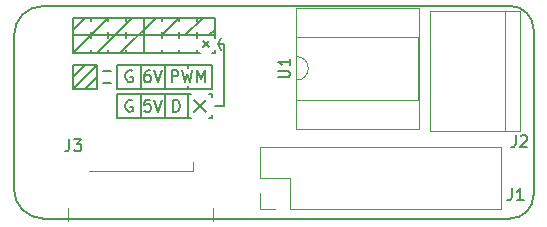
<source format=gbr>
%TF.GenerationSoftware,KiCad,Pcbnew,6.0.2*%
%TF.CreationDate,2022-03-12T22:23:20+01:00*%
%TF.ProjectId,batteryController,62617474-6572-4794-936f-6e74726f6c6c,rev?*%
%TF.SameCoordinates,Original*%
%TF.FileFunction,Legend,Top*%
%TF.FilePolarity,Positive*%
%FSLAX46Y46*%
G04 Gerber Fmt 4.6, Leading zero omitted, Abs format (unit mm)*
G04 Created by KiCad (PCBNEW 6.0.2) date 2022-03-12 22:23:20*
%MOMM*%
%LPD*%
G01*
G04 APERTURE LIST*
%ADD10C,0.150000*%
%ADD11C,0.120000*%
G04 APERTURE END LIST*
D10*
X181750000Y-107000000D02*
X189750000Y-107000000D01*
X185750000Y-107500000D02*
X185750000Y-109500000D01*
X190000000Y-101000000D02*
X190000000Y-102750000D01*
X183750000Y-107500000D02*
X183750000Y-109500000D01*
X187750000Y-107500000D02*
X187750000Y-109500000D01*
X185000000Y-101000000D02*
X182000000Y-104000000D01*
X173000000Y-115500000D02*
G75*
G03*
X175500000Y-118000000I2500000J0D01*
G01*
X181000000Y-101000000D02*
X181000000Y-101250000D01*
X179500000Y-101000000D02*
X179500000Y-101250000D01*
X190750000Y-103250000D02*
X190250000Y-103250000D01*
X189750000Y-107500000D02*
X189750000Y-107750000D01*
X189000000Y-103000000D02*
X189500000Y-103500000D01*
X182500000Y-104000000D02*
X182500000Y-103750000D01*
X187750000Y-107000000D02*
X187750000Y-106750000D01*
X217000000Y-102000000D02*
G75*
G03*
X215000000Y-100000000I-1999999J1D01*
G01*
X181000000Y-101000000D02*
X178000000Y-104000000D01*
X180000000Y-105000000D02*
X178000000Y-105000000D01*
X185500000Y-101000000D02*
X185500000Y-101250000D01*
X190000000Y-102000000D02*
X189500000Y-102500000D01*
X190000000Y-104000000D02*
X189750000Y-104000000D01*
X189750000Y-105000000D02*
X181750000Y-105000000D01*
X181000000Y-102750000D02*
X181000000Y-102250000D01*
X179500000Y-104000000D02*
X179500000Y-103750000D01*
X190000000Y-108500000D02*
X190750000Y-108500000D01*
X217000000Y-102000000D02*
X217000000Y-116000000D01*
X188500000Y-101000000D02*
X188500000Y-101250000D01*
X181750000Y-107500000D02*
X181750000Y-109500000D01*
X182500000Y-102750000D02*
X182500000Y-102250000D01*
X180500000Y-105500000D02*
X181250000Y-105500000D01*
X178000000Y-101000000D02*
X190000000Y-101000000D01*
X181750000Y-109500000D02*
X188000000Y-109500000D01*
X183000000Y-101000000D02*
X180000000Y-104000000D01*
X187000000Y-102750000D02*
X187000000Y-102250000D01*
X189750000Y-107500000D02*
X189500000Y-107500000D01*
X190250000Y-103250000D02*
X190500000Y-103750000D01*
X189750000Y-109500000D02*
X189750000Y-109250000D01*
X189000000Y-101000000D02*
X187500000Y-102500000D01*
X173000000Y-115500000D02*
X173000000Y-102500000D01*
X179000000Y-101000000D02*
X178000000Y-102000000D01*
X175500000Y-100000000D02*
X215000000Y-100000000D01*
X178000000Y-107000000D02*
X180000000Y-107000000D01*
X190750000Y-108500000D02*
X190750000Y-103250000D01*
X185750000Y-107000000D02*
X185750000Y-105000000D01*
X178000000Y-104000000D02*
X178000000Y-101000000D01*
X183750000Y-107000000D02*
X183750000Y-105000000D01*
X178000000Y-107000000D02*
X180000000Y-105000000D01*
X179500000Y-102750000D02*
X179500000Y-102250000D01*
X190000000Y-102500000D02*
X178000000Y-102500000D01*
X182500000Y-101000000D02*
X182500000Y-101250000D01*
X179000000Y-107000000D02*
X180000000Y-106000000D01*
X181000000Y-104000000D02*
X181000000Y-103750000D01*
X188250000Y-108000000D02*
X189250000Y-109000000D01*
X188500000Y-102750000D02*
X188500000Y-102250000D01*
X181750000Y-105000000D02*
X181750000Y-107000000D01*
X187750000Y-105000000D02*
X187750000Y-105250000D01*
X188000000Y-107500000D02*
X181750000Y-107500000D01*
X188250000Y-109000000D02*
X189250000Y-108000000D01*
X188500000Y-104000000D02*
X188500000Y-103750000D01*
X180000000Y-107000000D02*
X180000000Y-105000000D01*
X187000000Y-104000000D02*
X187000000Y-103750000D01*
X215000000Y-118000000D02*
G75*
G03*
X217000000Y-116000000I1J1999999D01*
G01*
X175500000Y-100000000D02*
G75*
G03*
X173000000Y-102500000I0J-2500000D01*
G01*
X185500000Y-104000000D02*
X185500000Y-103750000D01*
X189000000Y-103500000D02*
X189500000Y-103000000D01*
X178000000Y-106000000D02*
X179000000Y-105000000D01*
X188750000Y-104000000D02*
X178000000Y-104000000D01*
X184000000Y-101000000D02*
X184000000Y-104000000D01*
X215000000Y-118000000D02*
X175500000Y-118000000D01*
X190000000Y-104000000D02*
X190000000Y-103750000D01*
X190250000Y-103250000D02*
X190500000Y-102750000D01*
X189750000Y-107000000D02*
X189750000Y-105000000D01*
X187000000Y-101000000D02*
X187000000Y-101250000D01*
X189750000Y-109500000D02*
X189500000Y-109500000D01*
X178000000Y-105000000D02*
X178000000Y-107000000D01*
X185500000Y-102750000D02*
X185500000Y-102250000D01*
X187000000Y-101000000D02*
X185500000Y-102500000D01*
X180500000Y-106500000D02*
X181250000Y-106500000D01*
X183011904Y-108000000D02*
X182916666Y-107952380D01*
X182773809Y-107952380D01*
X182630952Y-108000000D01*
X182535714Y-108095238D01*
X182488095Y-108190476D01*
X182440476Y-108380952D01*
X182440476Y-108523809D01*
X182488095Y-108714285D01*
X182535714Y-108809523D01*
X182630952Y-108904761D01*
X182773809Y-108952380D01*
X182869047Y-108952380D01*
X183011904Y-108904761D01*
X183059523Y-108857142D01*
X183059523Y-108523809D01*
X182869047Y-108523809D01*
X184511904Y-105452380D02*
X184321428Y-105452380D01*
X184226190Y-105500000D01*
X184178571Y-105547619D01*
X184083333Y-105690476D01*
X184035714Y-105880952D01*
X184035714Y-106261904D01*
X184083333Y-106357142D01*
X184130952Y-106404761D01*
X184226190Y-106452380D01*
X184416666Y-106452380D01*
X184511904Y-106404761D01*
X184559523Y-106357142D01*
X184607142Y-106261904D01*
X184607142Y-106023809D01*
X184559523Y-105928571D01*
X184511904Y-105880952D01*
X184416666Y-105833333D01*
X184226190Y-105833333D01*
X184130952Y-105880952D01*
X184083333Y-105928571D01*
X184035714Y-106023809D01*
X184892857Y-105452380D02*
X185226190Y-106452380D01*
X185559523Y-105452380D01*
X186345238Y-106452380D02*
X186345238Y-105452380D01*
X186726190Y-105452380D01*
X186821428Y-105500000D01*
X186869047Y-105547619D01*
X186916666Y-105642857D01*
X186916666Y-105785714D01*
X186869047Y-105880952D01*
X186821428Y-105928571D01*
X186726190Y-105976190D01*
X186345238Y-105976190D01*
X187250000Y-105452380D02*
X187488095Y-106452380D01*
X187678571Y-105738095D01*
X187869047Y-106452380D01*
X188107142Y-105452380D01*
X188488095Y-106452380D02*
X188488095Y-105452380D01*
X188821428Y-106166666D01*
X189154761Y-105452380D01*
X189154761Y-106452380D01*
X184559523Y-107952380D02*
X184083333Y-107952380D01*
X184035714Y-108428571D01*
X184083333Y-108380952D01*
X184178571Y-108333333D01*
X184416666Y-108333333D01*
X184511904Y-108380952D01*
X184559523Y-108428571D01*
X184607142Y-108523809D01*
X184607142Y-108761904D01*
X184559523Y-108857142D01*
X184511904Y-108904761D01*
X184416666Y-108952380D01*
X184178571Y-108952380D01*
X184083333Y-108904761D01*
X184035714Y-108857142D01*
X184892857Y-107952380D02*
X185226190Y-108952380D01*
X185559523Y-107952380D01*
X183011904Y-105500000D02*
X182916666Y-105452380D01*
X182773809Y-105452380D01*
X182630952Y-105500000D01*
X182535714Y-105595238D01*
X182488095Y-105690476D01*
X182440476Y-105880952D01*
X182440476Y-106023809D01*
X182488095Y-106214285D01*
X182535714Y-106309523D01*
X182630952Y-106404761D01*
X182773809Y-106452380D01*
X182869047Y-106452380D01*
X183011904Y-106404761D01*
X183059523Y-106357142D01*
X183059523Y-106023809D01*
X182869047Y-106023809D01*
X186488095Y-108952380D02*
X186488095Y-107952380D01*
X186726190Y-107952380D01*
X186869047Y-108000000D01*
X186964285Y-108095238D01*
X187011904Y-108190476D01*
X187059523Y-108380952D01*
X187059523Y-108523809D01*
X187011904Y-108714285D01*
X186964285Y-108809523D01*
X186869047Y-108904761D01*
X186726190Y-108952380D01*
X186488095Y-108952380D01*
%TO.C,J1*%
X215166666Y-115452380D02*
X215166666Y-116166666D01*
X215119047Y-116309523D01*
X215023809Y-116404761D01*
X214880952Y-116452380D01*
X214785714Y-116452380D01*
X216166666Y-116452380D02*
X215595238Y-116452380D01*
X215880952Y-116452380D02*
X215880952Y-115452380D01*
X215785714Y-115595238D01*
X215690476Y-115690476D01*
X215595238Y-115738095D01*
%TO.C,U1*%
X195369380Y-106044904D02*
X196178904Y-106044904D01*
X196274142Y-105997285D01*
X196321761Y-105949666D01*
X196369380Y-105854428D01*
X196369380Y-105663952D01*
X196321761Y-105568714D01*
X196274142Y-105521095D01*
X196178904Y-105473476D01*
X195369380Y-105473476D01*
X196369380Y-104473476D02*
X196369380Y-105044904D01*
X196369380Y-104759190D02*
X195369380Y-104759190D01*
X195512238Y-104854428D01*
X195607476Y-104949666D01*
X195655095Y-105044904D01*
%TO.C,J3*%
X177701666Y-111292380D02*
X177701666Y-112006666D01*
X177654047Y-112149523D01*
X177558809Y-112244761D01*
X177415952Y-112292380D01*
X177320714Y-112292380D01*
X178082619Y-111292380D02*
X178701666Y-111292380D01*
X178368333Y-111673333D01*
X178511190Y-111673333D01*
X178606428Y-111720952D01*
X178654047Y-111768571D01*
X178701666Y-111863809D01*
X178701666Y-112101904D01*
X178654047Y-112197142D01*
X178606428Y-112244761D01*
X178511190Y-112292380D01*
X178225476Y-112292380D01*
X178130238Y-112244761D01*
X178082619Y-112197142D01*
%TO.C,J2*%
X215476666Y-110952380D02*
X215476666Y-111666666D01*
X215429047Y-111809523D01*
X215333809Y-111904761D01*
X215190952Y-111952380D01*
X215095714Y-111952380D01*
X215905238Y-111047619D02*
X215952857Y-111000000D01*
X216048095Y-110952380D01*
X216286190Y-110952380D01*
X216381428Y-111000000D01*
X216429047Y-111047619D01*
X216476666Y-111142857D01*
X216476666Y-111238095D01*
X216429047Y-111380952D01*
X215857619Y-111952380D01*
X216476666Y-111952380D01*
D11*
%TO.C,J1*%
X214235000Y-117175000D02*
X214235000Y-111975000D01*
X193795000Y-117175000D02*
X193795000Y-115845000D01*
X196395000Y-114575000D02*
X193795000Y-114575000D01*
X193795000Y-114575000D02*
X193795000Y-111975000D01*
X196395000Y-117175000D02*
X196395000Y-114575000D01*
X195125000Y-117175000D02*
X193795000Y-117175000D01*
X196395000Y-117175000D02*
X214235000Y-117175000D01*
X193795000Y-111975000D02*
X214235000Y-111975000D01*
%TO.C,U1*%
X196917000Y-106283000D02*
X196917000Y-107933000D01*
X196917000Y-102633000D02*
X196917000Y-104283000D01*
X207257000Y-110423000D02*
X207257000Y-100143000D01*
X207257000Y-100143000D02*
X196857000Y-100143000D01*
X196917000Y-107933000D02*
X207197000Y-107933000D01*
X196857000Y-100143000D02*
X196857000Y-110423000D01*
X196857000Y-110423000D02*
X207257000Y-110423000D01*
X207197000Y-102633000D02*
X196917000Y-102633000D01*
X207197000Y-107933000D02*
X207197000Y-102633000D01*
X196917000Y-106283000D02*
G75*
G03*
X196917000Y-104283000I0J1000000D01*
G01*
%TO.C,J3*%
X177605000Y-117150000D02*
X177605000Y-118200000D01*
X189895000Y-117150000D02*
X189895000Y-118200000D01*
X188150000Y-113980000D02*
X179350000Y-113980000D01*
X188150000Y-113980000D02*
X188150000Y-113225000D01*
%TO.C,J2*%
X215810000Y-100460000D02*
X208190000Y-100460000D01*
X208190000Y-110620000D02*
X215810000Y-110620000D01*
X208190000Y-100460000D02*
X208190000Y-110620000D01*
X215810000Y-110620000D02*
X215810000Y-100460000D01*
X214540000Y-100460000D02*
X214540000Y-110620000D01*
%TD*%
M02*

</source>
